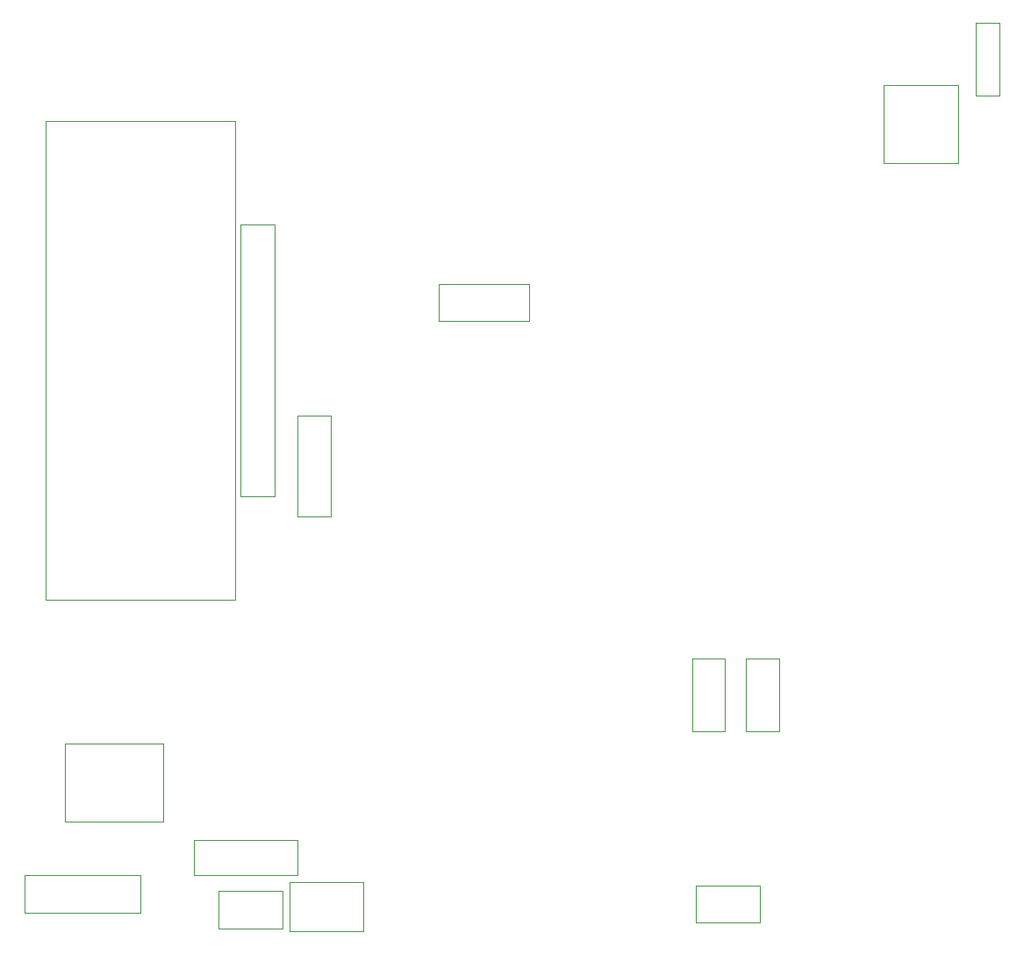
<source format=gbr>
G04 #@! TF.FileFunction,Other,User*
%FSLAX46Y46*%
G04 Gerber Fmt 4.6, Leading zero omitted, Abs format (unit mm)*
G04 Created by KiCad (PCBNEW 4.0.7) date 12/06/18 02:32:05*
%MOMM*%
%LPD*%
G01*
G04 APERTURE LIST*
%ADD10C,0.100000*%
%ADD11C,0.050000*%
G04 APERTURE END LIST*
D10*
D11*
X34820000Y-86510000D02*
X53100000Y-86510000D01*
X34820000Y-86510000D02*
X34820000Y-40290000D01*
X53100000Y-40290000D02*
X53100000Y-86510000D01*
X53100000Y-40290000D02*
X34820000Y-40290000D01*
X124600000Y-30800000D02*
X126900000Y-30800000D01*
X126900000Y-30800000D02*
X126900000Y-37800000D01*
X126900000Y-37800000D02*
X124600000Y-37800000D01*
X124600000Y-37800000D02*
X124600000Y-30800000D01*
X45950000Y-100400000D02*
X46200000Y-100400000D01*
X46200000Y-100400000D02*
X46200000Y-100650000D01*
X45950000Y-107900000D02*
X46200000Y-107900000D01*
X46200000Y-107900000D02*
X46200000Y-107650000D01*
X36700000Y-107650000D02*
X36700000Y-107900000D01*
X36700000Y-107900000D02*
X36950000Y-107900000D01*
X36700000Y-100650000D02*
X36700000Y-100400000D01*
X36700000Y-100400000D02*
X36950000Y-100400000D01*
X36950000Y-107900000D02*
X45950000Y-107900000D01*
X36700000Y-100650000D02*
X36700000Y-107650000D01*
X45950000Y-100400000D02*
X36950000Y-100400000D01*
X46200000Y-107650000D02*
X46200000Y-100650000D01*
X53600000Y-50250000D02*
X56900000Y-50250000D01*
X56900000Y-50250000D02*
X56900000Y-76500000D01*
X56900000Y-76500000D02*
X53600000Y-76500000D01*
X53600000Y-76500000D02*
X53600000Y-50250000D01*
X122850000Y-44350000D02*
X115700000Y-44350000D01*
X115700000Y-44350000D02*
X115700000Y-36800000D01*
X115700000Y-36800000D02*
X122850000Y-36800000D01*
X122850000Y-36800000D02*
X122850000Y-44350000D01*
X72800000Y-56000000D02*
X81450000Y-56000000D01*
X81450000Y-56000000D02*
X81450000Y-59600000D01*
X81450000Y-59600000D02*
X72800000Y-59600000D01*
X72800000Y-59600000D02*
X72800000Y-56000000D01*
X105600000Y-99250000D02*
X102400000Y-99250000D01*
X102400000Y-99250000D02*
X102400000Y-92150000D01*
X102400000Y-92150000D02*
X105600000Y-92150000D01*
X105600000Y-92150000D02*
X105600000Y-99250000D01*
X100400000Y-99250000D02*
X97200000Y-99250000D01*
X97200000Y-99250000D02*
X97200000Y-92150000D01*
X97200000Y-92150000D02*
X100400000Y-92150000D01*
X100400000Y-92150000D02*
X100400000Y-99250000D01*
X49173750Y-113110750D02*
X49173750Y-109710750D01*
X49173750Y-109710750D02*
X59123750Y-109710750D01*
X59123750Y-109710750D02*
X59123750Y-113110750D01*
X59123750Y-113110750D02*
X49173750Y-113110750D01*
X51508250Y-114627250D02*
X57658250Y-114627250D01*
X57658250Y-114627250D02*
X57658250Y-118227250D01*
X57658250Y-118227250D02*
X51508250Y-118227250D01*
X51508250Y-118227250D02*
X51508250Y-114627250D01*
X59106000Y-68736500D02*
X62306000Y-68736500D01*
X62306000Y-68736500D02*
X62306000Y-78486500D01*
X62306000Y-78486500D02*
X59106000Y-78486500D01*
X59106000Y-78486500D02*
X59106000Y-68736500D01*
X65494250Y-113760750D02*
X58394250Y-113760750D01*
X65494250Y-113760750D02*
X65494250Y-118500750D01*
X58394250Y-118500750D02*
X58394250Y-113760750D01*
X58394250Y-118500750D02*
X65494250Y-118500750D01*
X32807500Y-113135000D02*
X44007500Y-113135000D01*
X44007500Y-113135000D02*
X44007500Y-116735000D01*
X44007500Y-116735000D02*
X32807500Y-116735000D01*
X32807500Y-116735000D02*
X32807500Y-113135000D01*
X97577500Y-114087500D02*
X103727500Y-114087500D01*
X103727500Y-114087500D02*
X103727500Y-117687500D01*
X103727500Y-117687500D02*
X97577500Y-117687500D01*
X97577500Y-117687500D02*
X97577500Y-114087500D01*
M02*

</source>
